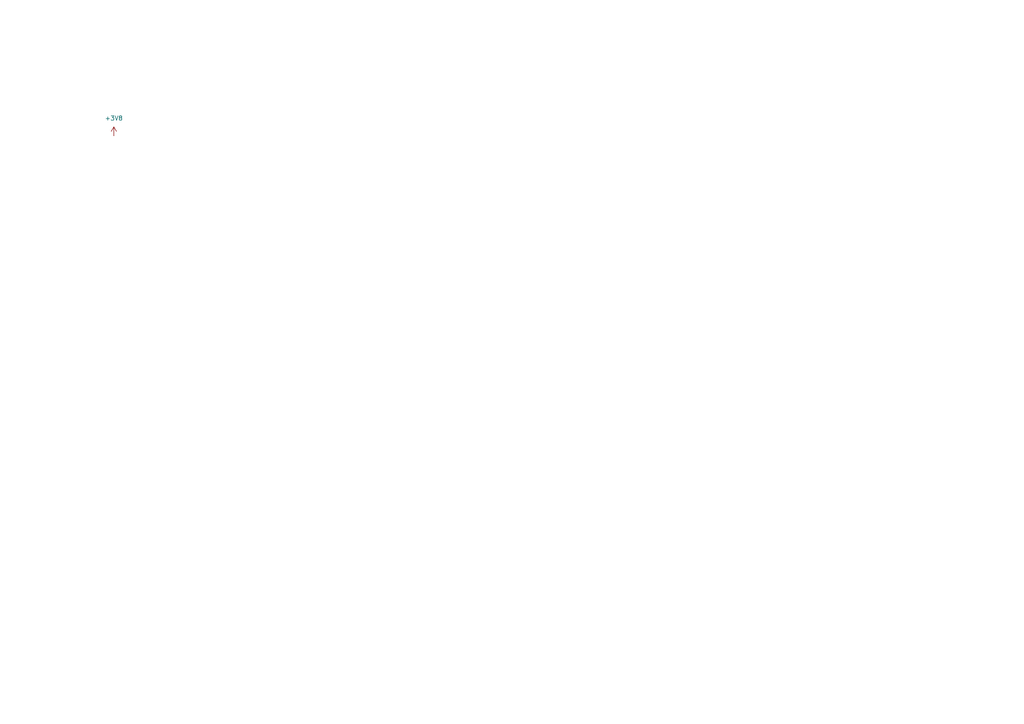
<source format=kicad_sch>
(kicad_sch (version 20231120) (generator "eeschema") (generator_version "8.0")
  (paper "A4")
  (lib_symbols
    (symbol "power:+3V8" (power) (pin_numbers hide) (pin_names (offset 0) hide)
      (property "Value" "+3V8" (at 0 3.556 0))
      (symbol "+3V8_0_1"
        (polyline (pts (xy -0.762 1.27) (xy 0 2.54)))
        (polyline (pts (xy 0 0) (xy 0 2.54)))
        (polyline (pts (xy 0 2.54) (xy 0.762 1.27)))
      )
      (symbol "+3V8_1_1"
        (pin power_in line (at 0 0 90) (length 0) (name "~") (number "1"))
      )
    )
  )
  (symbol (lib_id "power:+3V8") (at 33.02 39.37 0) (unit 1)
    (property "Reference" "#PWR01" (effects (hide yes)))
    (property "Value" "+3V8" (at 33.02 34.29 0))
    (property "Description" "Power symbol creates a global label with name \"+3V8\"" (effects (hide yes)))
  )
)
</source>
